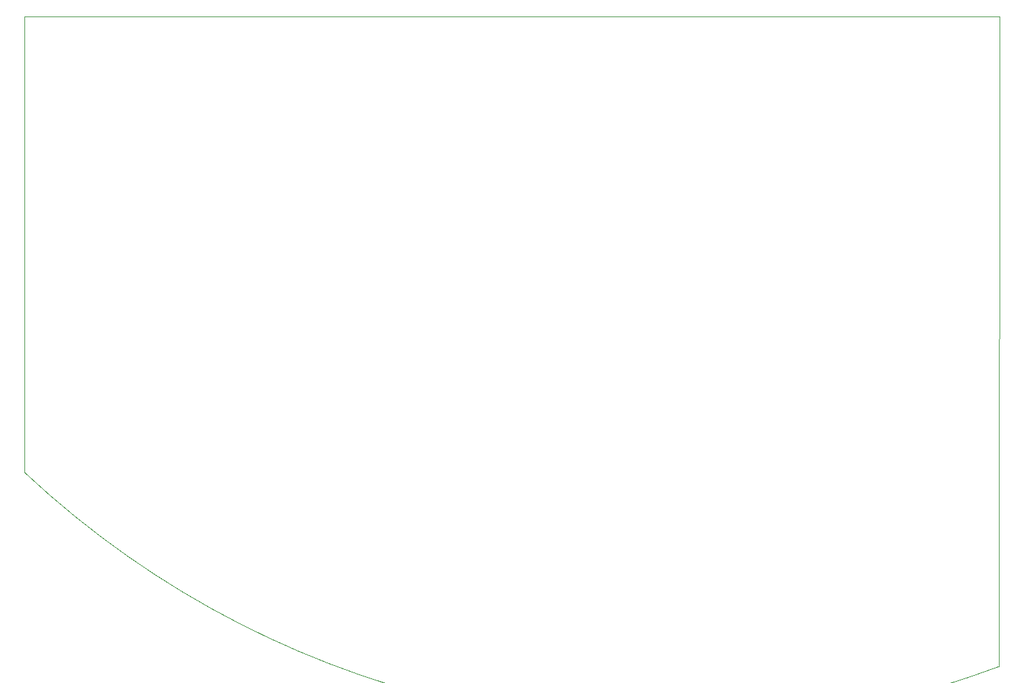
<source format=gbr>
%TF.GenerationSoftware,KiCad,Pcbnew,(5.1.10)-1*%
%TF.CreationDate,2022-01-06T12:38:47+00:00*%
%TF.ProjectId,mike_pcb_motors,6d696b65-5f70-4636-925f-6d6f746f7273,rev?*%
%TF.SameCoordinates,Original*%
%TF.FileFunction,Profile,NP*%
%FSLAX46Y46*%
G04 Gerber Fmt 4.6, Leading zero omitted, Abs format (unit mm)*
G04 Created by KiCad (PCBNEW (5.1.10)-1) date 2022-01-06 12:38:47*
%MOMM*%
%LPD*%
G01*
G04 APERTURE LIST*
%TA.AperFunction,Profile*%
%ADD10C,0.050000*%
%TD*%
G04 APERTURE END LIST*
D10*
X191453535Y-215063046D02*
X191490000Y-131660000D01*
X191453535Y-215063047D02*
G75*
G02*
X66490001Y-190159999I-42463535J112903047D01*
G01*
X66490000Y-131660000D02*
X66490000Y-190160000D01*
X66490000Y-131660000D02*
X191490000Y-131660000D01*
M02*

</source>
